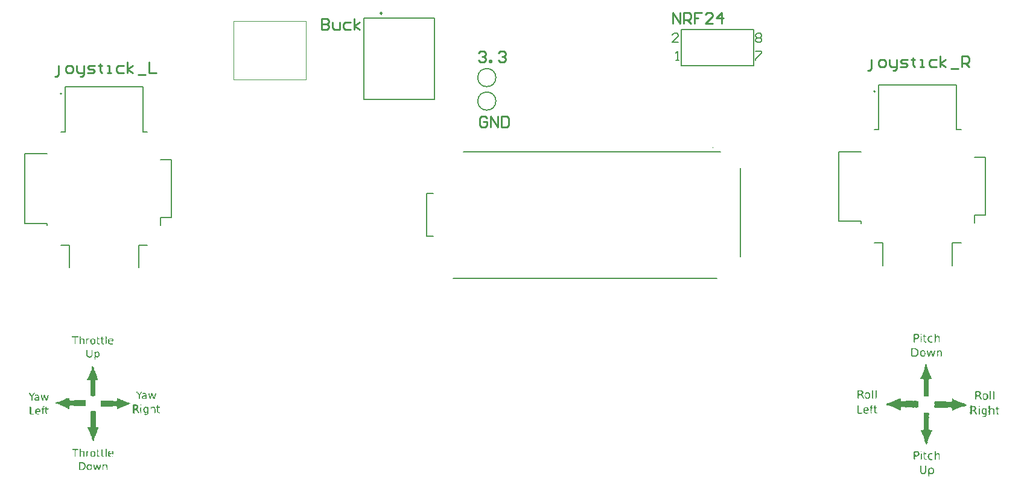
<source format=gto>
G04*
G04 #@! TF.GenerationSoftware,Altium Limited,Altium Designer,24.0.1 (36)*
G04*
G04 Layer_Color=65535*
%FSLAX44Y44*%
%MOMM*%
G71*
G04*
G04 #@! TF.SameCoordinates,87269C32-D71D-4AF1-8112-4F1BC4A23861*
G04*
G04*
G04 #@! TF.FilePolarity,Positive*
G04*
G01*
G75*
%ADD10C,0.2500*%
%ADD11C,0.2000*%
%ADD12C,0.1000*%
%ADD13C,0.1270*%
%ADD14C,0.2540*%
%ADD15C,0.2032*%
G36*
X205191Y246156D02*
X205952D01*
Y243112D01*
X205191D01*
Y242351D01*
X204430D01*
Y243112D01*
X202147D01*
Y243873D01*
X204430D01*
Y245395D01*
X203669D01*
Y246156D01*
X202147D01*
Y245395D01*
X200625D01*
Y243873D01*
X201386D01*
Y242351D01*
X200625D01*
Y240829D01*
X201386D01*
Y240068D01*
X205191D01*
Y238546D01*
X201386D01*
Y239307D01*
X199864D01*
Y240068D01*
X199103D01*
Y245395D01*
X199864D01*
Y246156D01*
X200625D01*
Y246917D01*
X205191D01*
Y246156D01*
D02*
G37*
G36*
X196059Y249200D02*
X196820D01*
Y246156D01*
Y245395D01*
X196059D01*
Y244634D01*
X196820D01*
Y240068D01*
X196059D01*
Y239307D01*
X195298D01*
Y249961D01*
X196059D01*
Y249200D01*
D02*
G37*
G36*
X172468Y246156D02*
X171707D01*
Y245395D01*
X170185D01*
Y243873D01*
X169424D01*
Y243112D01*
Y242351D01*
Y239307D01*
X167902D01*
Y246156D01*
X168663D01*
Y246917D01*
X172468D01*
Y246156D01*
D02*
G37*
G36*
X159531Y249200D02*
X160292D01*
Y247678D01*
X159531D01*
Y246917D01*
X164858D01*
Y245395D01*
X165619D01*
Y239307D01*
X164097D01*
Y244634D01*
X163336D01*
Y246156D01*
X161814D01*
Y245395D01*
X161053D01*
Y244634D01*
X160292D01*
Y239307D01*
X158770D01*
Y249961D01*
X159531D01*
Y249200D01*
D02*
G37*
G36*
X157248Y248439D02*
X153443D01*
Y239307D01*
X151921D01*
Y240068D01*
Y248439D01*
X148116D01*
Y249961D01*
X157248D01*
Y248439D01*
D02*
G37*
G36*
X190732Y247678D02*
X191493D01*
Y246917D01*
X193015D01*
Y246156D01*
X190732D01*
Y240829D01*
X191493D01*
Y240068D01*
X193015D01*
Y238546D01*
X191493D01*
Y239307D01*
X189971D01*
Y240068D01*
X189210D01*
Y240829D01*
Y241590D01*
Y246156D01*
X188449D01*
Y247678D01*
X189210D01*
Y249200D01*
X190732D01*
Y247678D01*
D02*
G37*
G36*
X184644D02*
X185405D01*
Y246917D01*
X186927D01*
Y246156D01*
X185405D01*
Y245395D01*
X184644D01*
Y240829D01*
X185405D01*
Y240068D01*
X186927D01*
Y238546D01*
X185405D01*
Y239307D01*
X183883D01*
Y240829D01*
X183122D01*
Y248439D01*
X183883D01*
Y249200D01*
X184644D01*
Y247678D01*
D02*
G37*
G36*
X179317Y246156D02*
X180078D01*
Y245395D01*
X180839D01*
Y240068D01*
X180078D01*
Y239307D01*
X178556D01*
Y238546D01*
X175512D01*
Y239307D01*
X174751D01*
Y240068D01*
X173990D01*
Y242351D01*
X173229D01*
Y243873D01*
X173990D01*
Y244634D01*
Y245395D01*
Y246156D01*
X175512D01*
Y246917D01*
X179317D01*
Y246156D01*
D02*
G37*
G36*
X177034Y221804D02*
X176273D01*
Y221043D01*
X175512D01*
Y220282D01*
X173990D01*
Y219521D01*
X171707D01*
Y220282D01*
X170185D01*
Y221043D01*
X169424D01*
Y221804D01*
X168663D01*
Y222565D01*
Y230936D01*
X170185D01*
Y222565D01*
X170946D01*
Y221804D01*
X172468D01*
Y221043D01*
X173229D01*
Y221804D01*
X174751D01*
Y222565D01*
X175512D01*
Y230936D01*
X177034D01*
Y221804D01*
D02*
G37*
G36*
X184644Y227892D02*
X186166D01*
Y226370D01*
X186927D01*
Y221804D01*
X186166D01*
Y221043D01*
X185405D01*
Y220282D01*
X184644D01*
Y219521D01*
X183883D01*
Y220282D01*
X180839D01*
Y217238D01*
X180078D01*
Y219521D01*
X179317D01*
Y220282D01*
X180078D01*
Y226370D01*
X179317D01*
Y227131D01*
X180078D01*
Y227892D01*
X183122D01*
Y228653D01*
X184644D01*
Y227892D01*
D02*
G37*
G36*
X246284Y170056D02*
X245523D01*
Y169296D01*
X244762D01*
Y167773D01*
X244001D01*
Y167013D01*
X243240D01*
Y161686D01*
X241718D01*
Y167773D01*
X240957D01*
Y168535D01*
X240196D01*
Y170056D01*
X239435D01*
Y170818D01*
X238674D01*
Y172339D01*
X240196D01*
Y170818D01*
X240957D01*
Y170056D01*
X241718D01*
Y168535D01*
X243240D01*
Y169296D01*
X244001D01*
Y170818D01*
X244762D01*
Y171579D01*
X245523D01*
Y172339D01*
X246284D01*
Y170056D01*
D02*
G37*
G36*
X96369Y169296D02*
X95608D01*
Y168535D01*
X94847D01*
Y167013D01*
X94086D01*
Y166252D01*
X93325D01*
Y163969D01*
X92564D01*
Y162447D01*
X93325D01*
Y161686D01*
X92564D01*
Y159403D01*
X91042D01*
Y165491D01*
X90281D01*
Y166252D01*
X89520D01*
Y167013D01*
X88759D01*
Y168535D01*
X87998D01*
Y170056D01*
X89520D01*
Y169296D01*
X90281D01*
Y167773D01*
X91042D01*
Y167013D01*
X92564D01*
Y167773D01*
X93325D01*
Y168535D01*
X94086D01*
Y169296D01*
X94847D01*
Y170056D01*
X96369D01*
Y169296D01*
D02*
G37*
G36*
X260743D02*
X261504D01*
Y167773D01*
X262265D01*
Y165491D01*
X263026D01*
Y164730D01*
X263787D01*
Y167773D01*
X264548D01*
Y169296D01*
X266070D01*
Y167773D01*
X265309D01*
Y165491D01*
X264548D01*
Y161686D01*
X262265D01*
Y163208D01*
X261504D01*
Y163969D01*
Y164730D01*
Y166252D01*
X259982D01*
Y164730D01*
X259221D01*
Y161686D01*
X256938D01*
Y163969D01*
X256177D01*
Y167013D01*
X255416D01*
Y169296D01*
X256938D01*
Y166252D01*
X257699D01*
Y165491D01*
X258460D01*
Y166252D01*
X259221D01*
Y169296D01*
X259982D01*
Y170056D01*
X260743D01*
Y169296D01*
D02*
G37*
G36*
X177795Y206584D02*
X178556D01*
Y205823D01*
X179317D01*
Y202018D01*
X180078D01*
Y200496D01*
X180839D01*
Y198213D01*
X181600D01*
Y196691D01*
X182361D01*
Y194408D01*
X183122D01*
Y192886D01*
X183883D01*
Y190603D01*
X184644D01*
Y188320D01*
X180839D01*
Y166252D01*
X179317D01*
Y165491D01*
X175512D01*
Y166252D01*
X173990D01*
Y179188D01*
Y179949D01*
Y188320D01*
X169424D01*
Y189842D01*
X170185D01*
Y190603D01*
X170946D01*
Y192125D01*
X171707D01*
Y194408D01*
X172468D01*
Y196691D01*
X173229D01*
Y198213D01*
X173990D01*
Y200496D01*
X174751D01*
Y202018D01*
X175512D01*
Y205062D01*
X176273D01*
Y207345D01*
X177795D01*
Y206584D01*
D02*
G37*
G36*
X110067Y167013D02*
X110828D01*
Y164730D01*
X111589D01*
Y163208D01*
X113111D01*
Y166252D01*
X113872D01*
Y167013D01*
X115394D01*
Y166252D01*
X114633D01*
Y163208D01*
X113872D01*
Y160164D01*
X113111D01*
Y159403D01*
X111589D01*
Y160164D01*
X110828D01*
Y163208D01*
X110067D01*
Y163969D01*
X109306D01*
Y162447D01*
X108545D01*
Y160164D01*
X107784D01*
Y159403D01*
X106262D01*
Y160925D01*
X105501D01*
Y163969D01*
X104740D01*
Y167773D01*
X105501D01*
Y167013D01*
X106262D01*
Y163969D01*
X107023D01*
Y162447D01*
X107784D01*
Y164730D01*
X108545D01*
Y167013D01*
X109306D01*
Y167773D01*
X110067D01*
Y167013D01*
D02*
G37*
G36*
X250850Y169296D02*
X252372D01*
Y167773D01*
X253133D01*
Y161686D01*
X247045D01*
Y162447D01*
X246284D01*
Y165491D01*
X247045D01*
Y166252D01*
X248567D01*
Y167013D01*
X250850D01*
Y168535D01*
X247045D01*
Y169296D01*
X247806D01*
Y170056D01*
X250850D01*
Y169296D01*
D02*
G37*
G36*
X100174Y167013D02*
X101696D01*
Y165491D01*
X102457D01*
Y159403D01*
X96369D01*
Y160164D01*
X95608D01*
Y163208D01*
X96369D01*
Y163969D01*
X97891D01*
Y164730D01*
X100174D01*
Y166252D01*
X98652D01*
Y167013D01*
X97891D01*
Y166252D01*
X96369D01*
Y167773D01*
X100174D01*
Y167013D01*
D02*
G37*
G36*
X212801Y162447D02*
X213562D01*
Y161686D01*
X215845D01*
Y160925D01*
X216606D01*
Y160164D01*
X219650D01*
Y159403D01*
X220410D01*
Y158642D01*
X223454D01*
Y157881D01*
X224977D01*
Y157120D01*
X228781D01*
Y156359D01*
X230303D01*
Y155598D01*
X229542D01*
Y154837D01*
X228781D01*
Y154076D01*
X227259D01*
Y153315D01*
X224977D01*
Y152554D01*
X223454D01*
Y151793D01*
X220410D01*
Y151032D01*
X218888D01*
Y150271D01*
X216606D01*
Y149510D01*
X215084D01*
Y148749D01*
X212801D01*
Y147227D01*
X211279D01*
Y151032D01*
X210518D01*
Y151793D01*
X205191D01*
Y151032D01*
X188449D01*
Y159403D01*
X205952D01*
Y158642D01*
X210518D01*
Y159403D01*
X211279D01*
Y163208D01*
X212801D01*
Y162447D01*
D02*
G37*
G36*
X245523Y152554D02*
X244762D01*
Y153315D01*
Y154076D01*
X245523D01*
Y152554D01*
D02*
G37*
G36*
X144311Y160164D02*
X145072D01*
Y159403D01*
X151160D01*
Y160164D01*
X167141D01*
Y151793D01*
X150399D01*
Y152554D01*
X145072D01*
Y151793D01*
X144311D01*
Y147227D01*
X142028D01*
Y149510D01*
X139745D01*
Y150271D01*
X138223D01*
Y151032D01*
X135940D01*
Y151793D01*
X134418D01*
Y152554D01*
X132135D01*
Y153315D01*
X130613D01*
Y154076D01*
X128330D01*
Y154837D01*
X126047D01*
Y155598D01*
X125287D01*
Y157120D01*
X126809D01*
Y157881D01*
X130613D01*
Y158642D01*
X132896D01*
Y159403D01*
X135179D01*
Y160164D01*
X136701D01*
Y160925D01*
X138223D01*
Y161686D01*
X139745D01*
Y162447D01*
X142028D01*
Y163208D01*
X144311D01*
Y160164D01*
D02*
G37*
G36*
X254655Y150271D02*
X255416D01*
Y141139D01*
X254655D01*
Y139617D01*
X253133D01*
Y138856D01*
X250089D01*
Y139617D01*
X249328D01*
Y140378D01*
X253133D01*
Y141139D01*
X253894D01*
Y142661D01*
X252372D01*
Y141900D01*
X250089D01*
Y142661D01*
X249328D01*
Y143422D01*
X248567D01*
Y145705D01*
X247806D01*
Y147227D01*
X248567D01*
Y149510D01*
X249328D01*
Y150271D01*
X250089D01*
Y151032D01*
X253133D01*
Y150271D01*
X253894D01*
Y151032D01*
X254655D01*
Y150271D01*
D02*
G37*
G36*
X259221Y151032D02*
X259982D01*
Y150271D01*
X260743D01*
Y151032D01*
X263787D01*
Y150271D01*
X264548D01*
Y147227D01*
X265309D01*
Y142661D01*
X264548D01*
Y141900D01*
X263787D01*
Y148749D01*
X263026D01*
Y149510D01*
X259982D01*
Y147227D01*
X259221D01*
Y141900D01*
X258460D01*
Y146466D01*
Y147227D01*
Y154076D01*
X259221D01*
Y151032D01*
D02*
G37*
G36*
X245523Y144183D02*
Y143422D01*
Y141900D01*
X244762D01*
Y144183D01*
X244001D01*
Y149510D01*
X244762D01*
Y150271D01*
X245523D01*
Y144183D01*
D02*
G37*
G36*
X238674Y153315D02*
X240196D01*
Y152554D01*
X240957D01*
Y148749D01*
X240196D01*
Y145705D01*
X240957D01*
Y144183D01*
X241718D01*
Y143422D01*
X242479D01*
Y142661D01*
X241718D01*
Y141900D01*
X240957D01*
Y142661D01*
X240196D01*
Y144183D01*
X239435D01*
Y144944D01*
X238674D01*
Y145705D01*
X236391D01*
Y142661D01*
X235630D01*
Y141139D01*
X234869D01*
Y141900D01*
X233347D01*
Y147227D01*
Y147988D01*
Y153315D01*
X234108D01*
Y154076D01*
X238674D01*
Y153315D01*
D02*
G37*
G36*
X110067Y151032D02*
X108545D01*
Y150271D01*
X107784D01*
Y148749D01*
X110828D01*
Y150271D01*
X111589D01*
Y151032D01*
X112350D01*
Y149510D01*
X113111D01*
Y148749D01*
X115394D01*
Y147227D01*
X114633D01*
Y146466D01*
X112350D01*
Y142661D01*
X113111D01*
Y141139D01*
X114633D01*
Y140378D01*
X111589D01*
Y142661D01*
X110828D01*
Y144183D01*
Y144944D01*
Y147227D01*
X109306D01*
Y146466D01*
X107784D01*
Y140378D01*
X106262D01*
Y146466D01*
X105501D01*
Y148749D01*
X106262D01*
Y149510D01*
X107023D01*
Y151793D01*
X110067D01*
Y151032D01*
D02*
G37*
G36*
X102457Y147227D02*
X103218D01*
Y146466D01*
X103979D01*
Y143422D01*
X98652D01*
Y141139D01*
X100935D01*
Y140378D01*
X101696D01*
Y141139D01*
X103218D01*
Y140378D01*
X102457D01*
Y139617D01*
X98652D01*
Y140378D01*
X97891D01*
Y141139D01*
X97130D01*
Y141900D01*
X96369D01*
Y145705D01*
X97130D01*
Y147227D01*
X98652D01*
Y148749D01*
X102457D01*
Y147227D01*
D02*
G37*
G36*
X90281Y150271D02*
X91042D01*
Y141139D01*
X94847D01*
Y139617D01*
X89520D01*
Y140378D01*
X88759D01*
Y141139D01*
Y141900D01*
Y151032D01*
X90281D01*
Y150271D01*
D02*
G37*
G36*
X180839Y144183D02*
X181600D01*
Y122114D01*
X185405D01*
Y119831D01*
X184644D01*
Y118309D01*
X183883D01*
Y116787D01*
X183122D01*
Y114504D01*
X182361D01*
Y112982D01*
X181600D01*
Y112221D01*
Y110699D01*
X180839D01*
Y109177D01*
X180078D01*
Y106894D01*
X179317D01*
Y103089D01*
X177795D01*
Y103850D01*
X177034D01*
Y105372D01*
X176273D01*
Y107655D01*
X175512D01*
Y109177D01*
X174751D01*
Y110699D01*
X173990D01*
Y112982D01*
X173229D01*
Y115265D01*
X172468D01*
Y116787D01*
X171707D01*
Y119070D01*
X170946D01*
Y120592D01*
X170185D01*
Y122114D01*
X173990D01*
Y144183D01*
X174751D01*
Y144944D01*
X180839D01*
Y144183D01*
D02*
G37*
G36*
X205191Y87869D02*
X205952D01*
Y86347D01*
X206713D01*
Y84825D01*
X205952D01*
Y84064D01*
X204430D01*
Y84825D01*
X202908D01*
Y84064D01*
X200625D01*
Y83303D01*
X201386D01*
Y81781D01*
X202908D01*
Y81020D01*
X204430D01*
Y81781D01*
X205191D01*
Y80260D01*
X201386D01*
Y81020D01*
X199864D01*
Y81781D01*
X199103D01*
Y84064D01*
Y84825D01*
Y87108D01*
X199864D01*
Y87869D01*
X200625D01*
Y88630D01*
X205191D01*
Y87869D01*
D02*
G37*
G36*
X196820Y81020D02*
X195298D01*
Y86347D01*
Y87108D01*
Y91674D01*
X196820D01*
Y81020D01*
D02*
G37*
G36*
X173229Y87869D02*
X170946D01*
Y86347D01*
X170185D01*
Y81781D01*
X169424D01*
Y81020D01*
X168663D01*
Y81781D01*
X167902D01*
Y82542D01*
X168663D01*
Y85586D01*
X167902D01*
Y87108D01*
X168663D01*
Y88630D01*
X173229D01*
Y87869D01*
D02*
G37*
G36*
X156487Y90913D02*
X157248D01*
Y90152D01*
X154204D01*
Y89391D01*
X153443D01*
Y81020D01*
X151921D01*
Y90152D01*
X148877D01*
Y91674D01*
X156487D01*
Y90913D01*
D02*
G37*
G36*
X190732Y89391D02*
X191493D01*
Y88630D01*
X193776D01*
Y87869D01*
X191493D01*
Y87108D01*
X190732D01*
Y82542D01*
X191493D01*
Y81781D01*
X193015D01*
Y80260D01*
X191493D01*
Y81020D01*
X189971D01*
Y81781D01*
X189210D01*
Y87869D01*
X188449D01*
Y88630D01*
X189210D01*
Y89391D01*
Y90913D01*
X190732D01*
Y89391D01*
D02*
G37*
G36*
X184644D02*
X185405D01*
Y88630D01*
X187688D01*
Y87869D01*
X185405D01*
Y87108D01*
X184644D01*
Y83303D01*
X185405D01*
Y82542D01*
Y81781D01*
X186927D01*
Y80260D01*
X185405D01*
Y81020D01*
X183883D01*
Y83303D01*
X183122D01*
Y85586D01*
X183883D01*
Y86347D01*
X183122D01*
Y87869D01*
X182361D01*
Y88630D01*
X183122D01*
Y90152D01*
X183883D01*
Y90913D01*
X184644D01*
Y89391D01*
D02*
G37*
G36*
X179317Y87869D02*
X180078D01*
Y87108D01*
X180839D01*
Y82542D01*
Y81781D01*
X180078D01*
Y81020D01*
X179317D01*
Y80260D01*
X175512D01*
Y81020D01*
X174751D01*
Y81781D01*
X173990D01*
Y87108D01*
X174751D01*
Y87869D01*
X175512D01*
Y88630D01*
X179317D01*
Y87869D01*
D02*
G37*
G36*
X160292Y88630D02*
X164858D01*
Y87869D01*
X165619D01*
Y80260D01*
X164858D01*
Y81020D01*
X164097D01*
Y87108D01*
X161053D01*
Y86347D01*
X160292D01*
Y81020D01*
X158770D01*
Y86347D01*
Y87108D01*
Y91674D01*
X160292D01*
Y88630D01*
D02*
G37*
G36*
X188449Y65801D02*
X187688D01*
Y63518D01*
X186927D01*
Y61996D01*
X185405D01*
Y62757D01*
X184644D01*
Y64279D01*
X183883D01*
Y66562D01*
X183122D01*
Y65801D01*
X182361D01*
Y62757D01*
X181600D01*
Y61996D01*
X180078D01*
Y62757D01*
X179317D01*
Y65801D01*
X178556D01*
Y66562D01*
Y69606D01*
X179317D01*
Y68845D01*
X180078D01*
Y65801D01*
X181600D01*
Y68084D01*
X182361D01*
Y69606D01*
X183883D01*
Y68845D01*
X184644D01*
Y67323D01*
X185405D01*
Y65040D01*
X186166D01*
Y66562D01*
X186927D01*
Y68845D01*
X187688D01*
Y69606D01*
X188449D01*
Y65801D01*
D02*
G37*
G36*
X196820Y68845D02*
X197581D01*
Y61996D01*
X196820D01*
Y65801D01*
X196059D01*
Y68084D01*
X195298D01*
Y68845D01*
X193776D01*
Y68084D01*
X193015D01*
Y67323D01*
X192254D01*
Y61996D01*
X190732D01*
Y69606D01*
X196820D01*
Y68845D01*
D02*
G37*
G36*
X172468Y69606D02*
X175512D01*
Y68084D01*
X176273D01*
Y63518D01*
X175512D01*
Y62757D01*
X174751D01*
Y61996D01*
X170185D01*
Y62757D01*
X169424D01*
Y64279D01*
X168663D01*
Y67323D01*
X169424D01*
Y68845D01*
X170185D01*
Y69606D01*
X171707D01*
Y70367D01*
X172468D01*
Y69606D01*
D02*
G37*
G36*
X164097Y71888D02*
X165619D01*
Y71128D01*
X166380D01*
Y69606D01*
X167141D01*
Y65040D01*
X166380D01*
Y63518D01*
X165619D01*
Y62757D01*
X164858D01*
Y61996D01*
X158009D01*
Y72649D01*
X164097D01*
Y71888D01*
D02*
G37*
G36*
X1339810Y251500D02*
X1338997D01*
Y253127D01*
X1339810D01*
Y251500D01*
D02*
G37*
G36*
X1359337Y252313D02*
X1360150D01*
Y249872D01*
X1361777D01*
Y250686D01*
X1363405D01*
Y249872D01*
X1365032D01*
Y248245D01*
X1365845D01*
Y241737D01*
X1364218D01*
Y245805D01*
Y246618D01*
Y247432D01*
X1363405D01*
Y249059D01*
X1360964D01*
Y247432D01*
X1360150D01*
Y242550D01*
X1359337D01*
Y240923D01*
X1358523D01*
Y253127D01*
X1359337D01*
Y252313D01*
D02*
G37*
G36*
X1339810Y247432D02*
Y246618D01*
Y245805D01*
X1340624D01*
Y244991D01*
X1339810D01*
Y241737D01*
X1338997D01*
Y249872D01*
X1339810D01*
Y247432D01*
D02*
G37*
G36*
X1354455Y249872D02*
X1355269D01*
Y249059D01*
X1352014D01*
Y248245D01*
X1351201D01*
Y246618D01*
X1350387D01*
Y244991D01*
X1351201D01*
Y243364D01*
X1352014D01*
Y242550D01*
X1355269D01*
Y240923D01*
X1352014D01*
Y241737D01*
X1350387D01*
Y242550D01*
X1349574D01*
Y243364D01*
Y244177D01*
X1348760D01*
Y247432D01*
X1349574D01*
Y249059D01*
X1350387D01*
Y249872D01*
X1352828D01*
Y250686D01*
X1354455D01*
Y249872D01*
D02*
G37*
G36*
X1344692Y250686D02*
X1345506D01*
Y249872D01*
X1347133D01*
Y249059D01*
X1344692D01*
Y243364D01*
X1345506D01*
Y242550D01*
X1347133D01*
Y240923D01*
X1345506D01*
Y241737D01*
X1343878D01*
Y242550D01*
X1343065D01*
Y249059D01*
X1342251D01*
Y250686D01*
X1343065D01*
Y252313D01*
X1344692D01*
Y250686D01*
D02*
G37*
G36*
X1334929Y252313D02*
X1336556D01*
Y251500D01*
Y250686D01*
Y249872D01*
X1337370D01*
Y249059D01*
X1336556D01*
Y247432D01*
X1335742D01*
Y246618D01*
X1334929D01*
Y245805D01*
X1331674D01*
Y244991D01*
X1330861D01*
Y240923D01*
X1330047D01*
Y241737D01*
X1329234D01*
Y252313D01*
X1330047D01*
Y253127D01*
X1334929D01*
Y252313D01*
D02*
G37*
G36*
X1359337Y227906D02*
X1358523D01*
Y224651D01*
X1357709D01*
Y222210D01*
X1356896D01*
Y221397D01*
X1355269D01*
Y223024D01*
X1354455D01*
Y226278D01*
X1353641D01*
Y227092D01*
X1352828D01*
Y223838D01*
X1352014D01*
Y222210D01*
X1351201D01*
Y221397D01*
X1349574D01*
Y223838D01*
X1348760D01*
Y227092D01*
X1347946D01*
Y229533D01*
X1349574D01*
Y227092D01*
X1350387D01*
Y224651D01*
X1351201D01*
Y227092D01*
X1352014D01*
Y228719D01*
X1352828D01*
Y229533D01*
X1354455D01*
Y228719D01*
X1355269D01*
Y225465D01*
X1356896D01*
Y227906D01*
X1357709D01*
Y229533D01*
X1359337D01*
Y227906D01*
D02*
G37*
G36*
X1366659Y229533D02*
X1368286D01*
Y227906D01*
X1369100D01*
Y222210D01*
X1368286D01*
Y221397D01*
X1367473D01*
Y227906D01*
X1366659D01*
Y228719D01*
X1364218D01*
Y227906D01*
X1363405D01*
Y227092D01*
Y226278D01*
X1362591D01*
Y224651D01*
X1363405D01*
Y223024D01*
X1362591D01*
Y221397D01*
X1361777D01*
Y229533D01*
X1365032D01*
Y230346D01*
X1366659D01*
Y229533D01*
D02*
G37*
G36*
X1343065D02*
X1344692D01*
Y228719D01*
X1345506D01*
Y226278D01*
X1346319D01*
Y224651D01*
X1345506D01*
Y222210D01*
X1344692D01*
Y221397D01*
X1339810D01*
Y222210D01*
X1338997D01*
Y223024D01*
X1338183D01*
Y225465D01*
Y226278D01*
Y228719D01*
X1338997D01*
Y229533D01*
X1340624D01*
Y230346D01*
X1343065D01*
Y229533D01*
D02*
G37*
G36*
X1332488Y231973D02*
X1334115D01*
Y231160D01*
X1334929D01*
Y230346D01*
X1335742D01*
Y228719D01*
Y227906D01*
Y223838D01*
X1334929D01*
Y223024D01*
X1334115D01*
Y222210D01*
X1333302D01*
Y221397D01*
X1326793D01*
Y222210D01*
X1325979D01*
Y232787D01*
X1332488D01*
Y231973D01*
D02*
G37*
G36*
X1347133Y210006D02*
X1347946D01*
Y206752D01*
X1348760D01*
Y204311D01*
X1349574D01*
Y201870D01*
X1350387D01*
Y199430D01*
X1351201D01*
Y197803D01*
X1352014D01*
Y195362D01*
X1352828D01*
Y193734D01*
X1353641D01*
Y191294D01*
X1354455D01*
Y189667D01*
X1351201D01*
Y188853D01*
X1350387D01*
Y165259D01*
X1343065D01*
Y188853D01*
X1342251D01*
Y189667D01*
X1338183D01*
Y190480D01*
Y191294D01*
X1338997D01*
Y192107D01*
X1339810D01*
Y193734D01*
X1340624D01*
Y196175D01*
X1341438D01*
Y198616D01*
X1342251D01*
Y200243D01*
X1343065D01*
Y202684D01*
X1343878D01*
Y204311D01*
X1344692D01*
Y206752D01*
X1345506D01*
Y210006D01*
X1346319D01*
Y210820D01*
X1347133D01*
Y210006D01*
D02*
G37*
G36*
X1276350Y173395D02*
X1277164D01*
Y166072D01*
Y165259D01*
Y163631D01*
X1276350D01*
Y162004D01*
X1275536D01*
Y174208D01*
X1276350D01*
Y173395D01*
D02*
G37*
G36*
X1272282Y168513D02*
Y167700D01*
Y162004D01*
X1271469D01*
Y162818D01*
X1270655D01*
Y174208D01*
X1272282D01*
Y168513D01*
D02*
G37*
G36*
X1266587Y170140D02*
X1267401D01*
Y169327D01*
X1268214D01*
Y163631D01*
X1267401D01*
Y162818D01*
X1266587D01*
Y162004D01*
X1262519D01*
Y162818D01*
X1261705D01*
Y163631D01*
X1260892D01*
Y165259D01*
X1260078D01*
Y166886D01*
X1260892D01*
Y169327D01*
X1261705D01*
Y170140D01*
X1262519D01*
Y170954D01*
X1266587D01*
Y170140D01*
D02*
G37*
G36*
X1251942Y173395D02*
X1256824D01*
Y172581D01*
X1257637D01*
Y171768D01*
X1258451D01*
Y169327D01*
X1257637D01*
Y168513D01*
X1256824D01*
Y166886D01*
X1257637D01*
Y165259D01*
X1258451D01*
Y163631D01*
X1259265D01*
Y162004D01*
X1258451D01*
Y162818D01*
X1257637D01*
Y163631D01*
X1256824D01*
Y165259D01*
X1256010D01*
Y166072D01*
X1255197D01*
Y166886D01*
X1252756D01*
Y166072D01*
X1251942D01*
Y162004D01*
X1251129D01*
Y162818D01*
X1250315D01*
Y173395D01*
X1251129D01*
Y174208D01*
X1251942D01*
Y173395D01*
D02*
G37*
G36*
X1441510Y171768D02*
X1442323D01*
Y161191D01*
X1440696D01*
Y170140D01*
Y170954D01*
Y172581D01*
X1441510D01*
Y171768D01*
D02*
G37*
G36*
X1437442Y161191D02*
X1435814D01*
Y171768D01*
Y172581D01*
X1437442D01*
Y161191D01*
D02*
G37*
G36*
X1421170Y171768D02*
X1422797D01*
Y170140D01*
X1423611D01*
Y168513D01*
X1422797D01*
Y166886D01*
X1421983D01*
Y165259D01*
X1422797D01*
Y164445D01*
X1423611D01*
Y163631D01*
Y162818D01*
X1424424D01*
Y161191D01*
X1422797D01*
Y162004D01*
X1421983D01*
Y163631D01*
X1421170D01*
Y165259D01*
X1417915D01*
Y164445D01*
X1417102D01*
Y161191D01*
X1415475D01*
Y171768D01*
X1416288D01*
Y172581D01*
X1421170D01*
Y171768D01*
D02*
G37*
G36*
X1431746Y168513D02*
X1433374D01*
Y166886D01*
X1434187D01*
Y162818D01*
X1433374D01*
Y162004D01*
X1432560D01*
Y161191D01*
X1431746D01*
Y160377D01*
X1427679D01*
Y161191D01*
X1426865D01*
Y162004D01*
X1426051D01*
Y168513D01*
X1427679D01*
Y169327D01*
X1431746D01*
Y168513D01*
D02*
G37*
G36*
X1383744Y162004D02*
X1384558D01*
Y161191D01*
X1386185D01*
Y160377D01*
X1388626D01*
Y159564D01*
X1390253D01*
Y158750D01*
X1391880D01*
Y157936D01*
X1394321D01*
Y157123D01*
X1396762D01*
Y156309D01*
X1400016D01*
Y155496D01*
X1400830D01*
Y154682D01*
X1402457D01*
Y153868D01*
X1403271D01*
Y152241D01*
X1402457D01*
Y151428D01*
X1400830D01*
Y150614D01*
X1395948D01*
Y149801D01*
X1393508D01*
Y148987D01*
X1391880D01*
Y148173D01*
X1389440D01*
Y147360D01*
X1387812D01*
Y146546D01*
X1385372D01*
Y145732D01*
X1383744D01*
Y144919D01*
X1382931D01*
Y148173D01*
X1382117D01*
Y148987D01*
X1381304D01*
Y149801D01*
X1377236D01*
Y148987D01*
X1358523D01*
Y149801D01*
X1357709D01*
Y152241D01*
X1358523D01*
Y155496D01*
X1357709D01*
Y157123D01*
X1358523D01*
Y158750D01*
X1374795D01*
Y157936D01*
X1382117D01*
Y158750D01*
X1382931D01*
Y162818D01*
X1383744D01*
Y162004D01*
D02*
G37*
G36*
X1421983Y150614D02*
X1420356D01*
Y151428D01*
X1421983D01*
Y150614D01*
D02*
G37*
G36*
X1310521Y162004D02*
X1311335D01*
Y158750D01*
X1317843D01*
Y159564D01*
X1328420D01*
Y158750D01*
X1329234D01*
Y159564D01*
X1333302D01*
Y158750D01*
X1335742D01*
Y149801D01*
X1334115D01*
Y148987D01*
X1331674D01*
Y149801D01*
X1330047D01*
Y148987D01*
X1327606D01*
Y149801D01*
X1318657D01*
Y148987D01*
X1317843D01*
Y149801D01*
X1316216D01*
Y150614D01*
X1315403D01*
Y149801D01*
X1314589D01*
Y150614D01*
X1313775D01*
Y149801D01*
X1312962D01*
Y150614D01*
X1312148D01*
Y149801D01*
X1311335D01*
Y145732D01*
X1308894D01*
Y146546D01*
X1307267D01*
Y147360D01*
X1305639D01*
Y148173D01*
X1304012D01*
Y148987D01*
X1301571D01*
Y149801D01*
X1299944D01*
Y150614D01*
X1297504D01*
Y151428D01*
X1295063D01*
Y152241D01*
X1291808D01*
Y153055D01*
X1290995D01*
Y155496D01*
X1291808D01*
Y156309D01*
X1295063D01*
Y157123D01*
X1297504D01*
Y157936D01*
X1299131D01*
Y158750D01*
X1301571D01*
Y159564D01*
X1303199D01*
Y160377D01*
X1305639D01*
Y161191D01*
X1307267D01*
Y162004D01*
X1309707D01*
Y162818D01*
X1310521D01*
Y162004D01*
D02*
G37*
G36*
X269114Y151032D02*
X271397D01*
Y150271D01*
Y149510D01*
X269114D01*
Y143422D01*
X270636D01*
Y142661D01*
X271397D01*
Y141900D01*
X269875D01*
Y142661D01*
X268353D01*
Y143422D01*
X267592D01*
Y149510D01*
X266831D01*
Y151032D01*
X267592D01*
Y152554D01*
X268353D01*
Y153315D01*
X269114D01*
Y151032D01*
D02*
G37*
G36*
X1275536Y151428D02*
Y150614D01*
Y149801D01*
X1277164D01*
Y148987D01*
X1276350D01*
Y148173D01*
X1275536D01*
Y143292D01*
X1276350D01*
Y142478D01*
X1277977D01*
Y141664D01*
X1274723D01*
Y142478D01*
X1273909D01*
Y148173D01*
X1273096D01*
Y150614D01*
X1273909D01*
Y152241D01*
X1275536D01*
Y151428D01*
D02*
G37*
G36*
X1273096Y152241D02*
X1271469D01*
Y151428D01*
X1270655D01*
Y149801D01*
X1271469D01*
Y148173D01*
X1270655D01*
Y147360D01*
X1269841D01*
Y146546D01*
X1270655D01*
Y145732D01*
X1269841D01*
Y142478D01*
X1270655D01*
Y141664D01*
X1269028D01*
Y145732D01*
X1268214D01*
Y146546D01*
X1269028D01*
Y148173D01*
X1268214D01*
Y150614D01*
X1269028D01*
Y152241D01*
X1269841D01*
Y153055D01*
X1273096D01*
Y152241D01*
D02*
G37*
G36*
X1264960Y148987D02*
X1265773D01*
Y148173D01*
Y147360D01*
X1266587D01*
Y145732D01*
X1265773D01*
Y144919D01*
X1260078D01*
Y143292D01*
X1260892D01*
Y142478D01*
X1265773D01*
Y141664D01*
X1264146D01*
Y140851D01*
X1261705D01*
Y141664D01*
X1259265D01*
Y142478D01*
X1258451D01*
Y148173D01*
X1259265D01*
Y148987D01*
X1260078D01*
Y149801D01*
X1264960D01*
Y148987D01*
D02*
G37*
G36*
X1251129Y152241D02*
X1251942D01*
Y142478D01*
X1256824D01*
Y141664D01*
X1256010D01*
Y140851D01*
X1251129D01*
Y141664D01*
X1250315D01*
Y148987D01*
Y149801D01*
Y153055D01*
X1251129D01*
Y152241D01*
D02*
G37*
G36*
X1446391Y148987D02*
X1447205D01*
Y148173D01*
X1449646D01*
Y147360D01*
X1447205D01*
Y146546D01*
X1446391D01*
Y142478D01*
X1447205D01*
Y140851D01*
X1448832D01*
Y140037D01*
X1445578D01*
Y146546D01*
X1444764D01*
Y147360D01*
X1443950D01*
Y148173D01*
X1444764D01*
Y149801D01*
X1445578D01*
Y150614D01*
X1446391D01*
Y148987D01*
D02*
G37*
G36*
X1435814Y151428D02*
X1436628D01*
Y148173D01*
X1438255D01*
Y148987D01*
X1439069D01*
Y148173D01*
X1441510D01*
Y147360D01*
X1442323D01*
Y140037D01*
X1440696D01*
Y146546D01*
X1439882D01*
Y147360D01*
X1437442D01*
Y146546D01*
X1436628D01*
Y140037D01*
X1435814D01*
Y139224D01*
X1435001D01*
Y140037D01*
X1434187D01*
Y140851D01*
X1435001D01*
Y142478D01*
X1434187D01*
Y145732D01*
X1435001D01*
Y147360D01*
X1434187D01*
Y149801D01*
Y150614D01*
Y151428D01*
X1435001D01*
Y152241D01*
X1435814D01*
Y151428D01*
D02*
G37*
G36*
X1421983Y140037D02*
X1420356D01*
Y143292D01*
Y144105D01*
Y148173D01*
X1421983D01*
Y140037D01*
D02*
G37*
G36*
X1411407Y151428D02*
X1415475D01*
Y150614D01*
X1416288D01*
Y149801D01*
Y148987D01*
X1417102D01*
Y147360D01*
X1416288D01*
Y145732D01*
X1415475D01*
Y144105D01*
X1416288D01*
Y143292D01*
X1417102D01*
Y141664D01*
X1417915D01*
Y140037D01*
X1416288D01*
Y140851D01*
X1415475D01*
Y142478D01*
X1414661D01*
Y144105D01*
X1413034D01*
Y144919D01*
X1411407D01*
Y140851D01*
X1410593D01*
Y140037D01*
X1408966D01*
Y141664D01*
X1408152D01*
Y143292D01*
X1408966D01*
Y148987D01*
X1408152D01*
Y149801D01*
X1408966D01*
Y152241D01*
X1411407D01*
Y151428D01*
D02*
G37*
G36*
X1428492Y148173D02*
X1431746D01*
Y138410D01*
X1430933D01*
Y136783D01*
X1425238D01*
Y137597D01*
X1428492D01*
Y138410D01*
X1430119D01*
Y140037D01*
X1426051D01*
Y140851D01*
X1425238D01*
Y141664D01*
X1424424D01*
Y146546D01*
X1425238D01*
Y148173D01*
X1427679D01*
Y148987D01*
X1428492D01*
Y148173D01*
D02*
G37*
G36*
X1350387Y141664D02*
X1351201D01*
Y139224D01*
X1350387D01*
Y136783D01*
X1351201D01*
Y135156D01*
X1350387D01*
Y120511D01*
Y119698D01*
Y118884D01*
X1352014D01*
Y118070D01*
X1355269D01*
Y116443D01*
X1354455D01*
Y115630D01*
X1353641D01*
Y113189D01*
X1352828D01*
Y111561D01*
X1352014D01*
Y109121D01*
X1351201D01*
Y107494D01*
X1350387D01*
Y105053D01*
X1349574D01*
Y102612D01*
X1348760D01*
Y100985D01*
X1349574D01*
Y100171D01*
X1348760D01*
Y99358D01*
X1347946D01*
Y97731D01*
X1347133D01*
Y98544D01*
X1346319D01*
Y100171D01*
X1345506D01*
Y101798D01*
X1344692D01*
Y104239D01*
X1343878D01*
Y105866D01*
X1343065D01*
Y109121D01*
X1342251D01*
Y110748D01*
X1341438D01*
Y112375D01*
X1340624D01*
Y114816D01*
X1339810D01*
Y116443D01*
X1338997D01*
Y118070D01*
X1342251D01*
Y118884D01*
X1343065D01*
Y142478D01*
X1350387D01*
Y141664D01*
D02*
G37*
G36*
X1339810Y87154D02*
X1338997D01*
Y87967D01*
X1339810D01*
Y87154D01*
D02*
G37*
G36*
X1360150Y84713D02*
X1361777D01*
Y85527D01*
X1364218D01*
Y84713D01*
X1365032D01*
Y83899D01*
X1365845D01*
Y76577D01*
X1364218D01*
Y83086D01*
X1363405D01*
Y83899D01*
X1360964D01*
Y82272D01*
X1360150D01*
Y76577D01*
X1358523D01*
Y83086D01*
Y83899D01*
Y87967D01*
X1360150D01*
Y84713D01*
D02*
G37*
G36*
X1344692Y85527D02*
X1347133D01*
Y83899D01*
X1344692D01*
Y83086D01*
Y82272D01*
Y79018D01*
X1345506D01*
Y77391D01*
X1347946D01*
Y76577D01*
X1344692D01*
Y77391D01*
X1343878D01*
Y78204D01*
X1343065D01*
Y83899D01*
X1342251D01*
Y84713D01*
X1343065D01*
Y87154D01*
X1344692D01*
Y85527D01*
D02*
G37*
G36*
X1340624Y77391D02*
X1339810D01*
Y76577D01*
X1338997D01*
Y84713D01*
X1340624D01*
Y77391D01*
D02*
G37*
G36*
X1335742Y87154D02*
X1336556D01*
Y85527D01*
X1337370D01*
Y83086D01*
X1336556D01*
Y82272D01*
X1335742D01*
Y81459D01*
X1334115D01*
Y80645D01*
X1331674D01*
Y79831D01*
X1330861D01*
Y78204D01*
X1331674D01*
Y77391D01*
X1330861D01*
Y76577D01*
X1330047D01*
Y77391D01*
X1329234D01*
Y87154D01*
X1330047D01*
Y87967D01*
X1335742D01*
Y87154D01*
D02*
G37*
G36*
X1355269Y83899D02*
X1352014D01*
Y83086D01*
X1351201D01*
Y79018D01*
Y78204D01*
X1352828D01*
Y77391D01*
X1355269D01*
Y75763D01*
X1352014D01*
Y76577D01*
X1350387D01*
Y78204D01*
X1349574D01*
Y79831D01*
X1348760D01*
Y81459D01*
X1349574D01*
Y83899D01*
X1350387D01*
Y84713D01*
X1352014D01*
Y85527D01*
X1355269D01*
Y83899D01*
D02*
G37*
G36*
X1347133Y58678D02*
X1346319D01*
Y57051D01*
X1345506D01*
Y56237D01*
X1339810D01*
Y57051D01*
X1338997D01*
Y58678D01*
X1338183D01*
Y67628D01*
X1339810D01*
Y58678D01*
X1340624D01*
Y57864D01*
X1344692D01*
Y59492D01*
X1345506D01*
Y66814D01*
Y67628D01*
X1347133D01*
Y58678D01*
D02*
G37*
G36*
X1355269Y64373D02*
X1356896D01*
Y62746D01*
X1357709D01*
Y57864D01*
X1356896D01*
Y57051D01*
X1356082D01*
Y56237D01*
X1351201D01*
Y52983D01*
X1350387D01*
Y53796D01*
X1349574D01*
Y54610D01*
X1350387D01*
Y55424D01*
X1349574D01*
Y62746D01*
X1350387D01*
Y64373D01*
X1352828D01*
Y65187D01*
X1355269D01*
Y64373D01*
D02*
G37*
%LPC*%
G36*
X177795Y246156D02*
X177034D01*
Y245395D01*
X175512D01*
Y243873D01*
Y243112D01*
Y240829D01*
X176273D01*
Y240068D01*
X178556D01*
Y240829D01*
X179317D01*
Y244634D01*
X178556D01*
Y245395D01*
X177795D01*
Y246156D01*
D02*
G37*
G36*
X184644Y227131D02*
X182361D01*
Y226370D01*
X181600D01*
Y224848D01*
X180839D01*
Y224087D01*
X181600D01*
Y221804D01*
X183122D01*
Y221043D01*
X183883D01*
Y221804D01*
X185405D01*
Y226370D01*
X184644D01*
Y227131D01*
D02*
G37*
G36*
X251611Y165491D02*
X248567D01*
Y164730D01*
X247806D01*
Y163208D01*
X248567D01*
Y162447D01*
X250089D01*
Y163208D01*
X250850D01*
Y163969D01*
X251611D01*
Y165491D01*
D02*
G37*
G36*
X100174Y163208D02*
X97891D01*
Y162447D01*
X97130D01*
Y160925D01*
X100174D01*
Y163208D01*
D02*
G37*
G36*
X253133Y149510D02*
X250089D01*
Y146466D01*
X249328D01*
Y145705D01*
X250089D01*
Y144183D01*
X250850D01*
Y143422D01*
X253133D01*
Y144183D01*
X253894D01*
Y148749D01*
X253133D01*
Y149510D01*
D02*
G37*
G36*
X238674Y151793D02*
X236391D01*
Y148749D01*
X237913D01*
Y149510D01*
X238674D01*
Y150271D01*
X239435D01*
Y151032D01*
X238674D01*
Y151793D01*
D02*
G37*
G36*
X102457Y146466D02*
X98652D01*
Y145705D01*
Y144944D01*
X102457D01*
Y146466D01*
D02*
G37*
G36*
X203669Y87869D02*
X202147D01*
Y87108D01*
X201386D01*
Y86347D01*
X200625D01*
Y85586D01*
X204430D01*
Y87108D01*
X203669D01*
Y87869D01*
D02*
G37*
G36*
X178556Y87108D02*
X176273D01*
Y86347D01*
X175512D01*
Y82542D01*
X176273D01*
Y81781D01*
X178556D01*
Y82542D01*
X179317D01*
Y86347D01*
X178556D01*
Y87108D01*
D02*
G37*
G36*
X173229Y68845D02*
X172468D01*
Y68084D01*
X170946D01*
Y66562D01*
X170185D01*
Y65040D01*
X170946D01*
Y63518D01*
X171707D01*
Y62757D01*
X173990D01*
Y64279D01*
X174751D01*
Y67323D01*
X173990D01*
Y68084D01*
X173229D01*
Y68845D01*
D02*
G37*
G36*
X163336Y71128D02*
X159531D01*
Y62757D01*
X163336D01*
Y63518D01*
X164097D01*
Y64279D01*
X164858D01*
Y65801D01*
X165619D01*
Y68845D01*
X164858D01*
Y70367D01*
X163336D01*
Y71128D01*
D02*
G37*
G36*
X1334115Y251500D02*
X1331674D01*
Y250686D01*
X1330861D01*
Y248245D01*
X1331674D01*
Y247432D01*
X1334115D01*
Y248245D01*
X1334929D01*
Y250686D01*
X1334115D01*
Y251500D01*
D02*
G37*
G36*
X1343065Y228719D02*
X1340624D01*
Y227906D01*
X1339810D01*
Y223838D01*
X1340624D01*
Y223024D01*
X1343878D01*
Y224651D01*
X1344692D01*
Y226278D01*
X1343878D01*
Y227906D01*
X1343065D01*
Y228719D01*
D02*
G37*
G36*
X1330861Y231973D02*
X1328420D01*
Y231160D01*
X1327606D01*
Y223024D01*
X1332488D01*
Y223838D01*
X1333302D01*
Y224651D01*
X1334115D01*
Y229533D01*
X1333302D01*
Y230346D01*
X1332488D01*
Y231160D01*
X1330861D01*
Y231973D01*
D02*
G37*
G36*
X1265773Y169327D02*
X1263333D01*
Y168513D01*
X1262519D01*
Y167700D01*
X1261705D01*
Y165259D01*
X1262519D01*
Y164445D01*
X1263333D01*
Y163631D01*
X1264146D01*
Y162818D01*
X1264960D01*
Y163631D01*
X1265773D01*
Y164445D01*
X1266587D01*
Y168513D01*
X1265773D01*
Y169327D01*
D02*
G37*
G36*
X1254383Y172581D02*
X1252756D01*
Y171768D01*
X1251942D01*
Y169327D01*
X1252756D01*
Y168513D01*
X1255197D01*
Y169327D01*
X1256010D01*
Y171768D01*
X1254383D01*
Y172581D01*
D02*
G37*
G36*
X1420356Y170954D02*
X1417915D01*
Y170140D01*
X1417102D01*
Y168513D01*
X1417915D01*
Y167700D01*
Y166886D01*
X1420356D01*
Y167700D01*
X1421170D01*
Y170140D01*
X1420356D01*
Y170954D01*
D02*
G37*
G36*
X1430119Y168513D02*
X1429306D01*
Y167700D01*
X1427679D01*
Y162818D01*
X1428492D01*
Y162004D01*
X1430933D01*
Y162818D01*
X1431746D01*
Y167700D01*
X1430119D01*
Y168513D01*
D02*
G37*
G36*
X1263333Y148987D02*
X1261705D01*
Y148173D01*
X1260078D01*
Y146546D01*
X1260892D01*
Y145732D01*
X1262519D01*
Y146546D01*
X1264146D01*
Y148173D01*
X1263333D01*
Y148987D01*
D02*
G37*
G36*
X1413034Y150614D02*
X1412220D01*
Y149801D01*
X1411407D01*
Y145732D01*
X1413034D01*
Y146546D01*
X1414661D01*
Y149801D01*
X1413034D01*
Y150614D01*
D02*
G37*
G36*
X1429306Y147360D02*
X1426865D01*
Y146546D01*
X1426051D01*
Y142478D01*
X1426865D01*
Y141664D01*
X1430119D01*
Y144105D01*
Y144919D01*
Y146546D01*
X1429306D01*
Y147360D01*
D02*
G37*
G36*
X1334929Y86340D02*
X1331674D01*
Y85527D01*
X1330861D01*
Y83899D01*
X1331674D01*
Y83086D01*
X1332488D01*
Y82272D01*
X1334115D01*
Y83086D01*
X1334929D01*
Y85527D01*
Y86340D01*
D02*
G37*
G36*
X1355269Y63559D02*
X1352014D01*
Y61932D01*
X1351201D01*
Y61119D01*
Y59492D01*
X1352014D01*
Y57864D01*
X1355269D01*
Y58678D01*
X1356082D01*
Y62746D01*
X1355269D01*
Y63559D01*
D02*
G37*
%LPD*%
D10*
X583310Y703873D02*
G03*
X583310Y703873I-1250J0D01*
G01*
D11*
X133540Y590700D02*
G03*
X133540Y590700I-1000J0D01*
G01*
X1275270Y593875D02*
G03*
X1275270Y593875I-1000J0D01*
G01*
X742950Y580390D02*
G03*
X742950Y580390I-12700J0D01*
G01*
Y613410D02*
G03*
X742950Y613410I-12700J0D01*
G01*
X557560Y582370D02*
X656560D01*
X557560D02*
Y697370D01*
X557590D01*
X557560D02*
X656560D01*
Y582370D02*
Y697370D01*
X1003300Y629920D02*
X1104900D01*
X1003300Y680720D02*
X1104900D01*
X1003300Y629920D02*
Y680720D01*
X1104900Y629920D02*
Y680720D01*
X895350Y331520D02*
X1052750D01*
X682750D02*
X895350Y331570D01*
X697750Y509220D02*
X1057750D01*
X1086350Y361570D02*
Y486570D01*
X645450Y390370D02*
X655450D01*
X645450D02*
Y450370D01*
X655450D01*
D12*
X1047750Y515570D02*
G03*
X1047750Y514570I0J-500D01*
G01*
D02*
G03*
X1047750Y515570I0J500D01*
G01*
X374650Y692510D02*
X476250D01*
Y610510D02*
Y692510D01*
X374650Y610510D02*
X476250D01*
X374650D02*
Y692510D01*
D13*
X82040Y506200D02*
X113540D01*
X82040Y408200D02*
Y506200D01*
Y408200D02*
X113540D01*
Y405500D02*
Y408200D01*
X132340Y378200D02*
X144540D01*
Y346200D02*
Y378200D01*
X241540Y346200D02*
Y378200D01*
X253840D01*
X272540Y406000D02*
Y417200D01*
X288040D01*
Y498200D01*
X272540D02*
X288040D01*
X247540Y537200D02*
X253840D01*
X247540D02*
Y600200D01*
X138540D02*
X247540D01*
X138540Y537200D02*
Y600200D01*
X132340Y537200D02*
X138540D01*
X1223770Y509375D02*
X1255270D01*
X1223770Y411375D02*
Y509375D01*
Y411375D02*
X1255270D01*
Y408675D02*
Y411375D01*
X1274070Y381375D02*
X1286270D01*
Y349375D02*
Y381375D01*
X1383270Y349375D02*
Y381375D01*
X1395570D01*
X1414270Y409175D02*
Y420375D01*
X1429770D01*
Y501375D01*
X1414270D02*
X1429770D01*
X1389270Y540375D02*
X1395570D01*
X1389270D02*
Y603375D01*
X1280270D02*
X1389270D01*
X1280270Y540375D02*
Y603375D01*
X1274070Y540375D02*
X1280270D01*
D14*
X498719Y695957D02*
Y680723D01*
X506336D01*
X508875Y683262D01*
Y685801D01*
X506336Y688340D01*
X498719D01*
X506336D01*
X508875Y690879D01*
Y693418D01*
X506336Y695957D01*
X498719D01*
X513954Y690879D02*
Y683262D01*
X516493Y680723D01*
X524110D01*
Y690879D01*
X539346D02*
X531728D01*
X529189Y688340D01*
Y683262D01*
X531728Y680723D01*
X539346D01*
X544424D02*
Y695957D01*
Y685801D02*
X552041Y690879D01*
X544424Y685801D02*
X552041Y680723D01*
X124483Y614683D02*
X127022D01*
X129561Y617223D01*
Y629918D01*
X142257Y619762D02*
X147336D01*
X149875Y622301D01*
Y627379D01*
X147336Y629918D01*
X142257D01*
X139718Y627379D01*
Y622301D01*
X142257Y619762D01*
X154953Y629918D02*
Y622301D01*
X157492Y619762D01*
X165110D01*
Y617223D01*
X162571Y614683D01*
X160032D01*
X165110Y619762D02*
Y629918D01*
X170188Y619762D02*
X177806D01*
X180345Y622301D01*
X177806Y624840D01*
X172727D01*
X170188Y627379D01*
X172727Y629918D01*
X180345D01*
X187962Y632458D02*
Y629918D01*
X185423D01*
X190502D01*
X187962D01*
Y622301D01*
X190502Y619762D01*
X198119D02*
X203197D01*
X200658D01*
Y629918D01*
X198119D01*
X220972D02*
X213354D01*
X210815Y627379D01*
Y622301D01*
X213354Y619762D01*
X220972D01*
X226050D02*
Y634997D01*
Y624840D02*
X233668Y629918D01*
X226050Y624840D02*
X233668Y619762D01*
X241285Y617223D02*
X251442D01*
X256520Y634997D02*
Y619762D01*
X266677D01*
X1264943Y623573D02*
X1267482D01*
X1270021Y626113D01*
Y638808D01*
X1282717Y628652D02*
X1287796D01*
X1290335Y631191D01*
Y636269D01*
X1287796Y638808D01*
X1282717D01*
X1280178Y636269D01*
Y631191D01*
X1282717Y628652D01*
X1295413Y638808D02*
Y631191D01*
X1297952Y628652D01*
X1305570D01*
Y626113D01*
X1303031Y623573D01*
X1300491D01*
X1305570Y628652D02*
Y638808D01*
X1310648Y628652D02*
X1318266D01*
X1320805Y631191D01*
X1318266Y633730D01*
X1313187D01*
X1310648Y636269D01*
X1313187Y638808D01*
X1320805D01*
X1328423Y641348D02*
Y638808D01*
X1325883D01*
X1330962D01*
X1328423D01*
Y631191D01*
X1330962Y628652D01*
X1338579D02*
X1343658D01*
X1341118D01*
Y638808D01*
X1338579D01*
X1361432D02*
X1353814D01*
X1351275Y636269D01*
Y631191D01*
X1353814Y628652D01*
X1361432D01*
X1366510D02*
Y643887D01*
Y633730D02*
X1374128Y638808D01*
X1366510Y633730D02*
X1374128Y628652D01*
X1381745Y626113D02*
X1391902D01*
X1396980Y628652D02*
Y643887D01*
X1404598D01*
X1407137Y641348D01*
Y636269D01*
X1404598Y633730D01*
X1396980D01*
X1402059D02*
X1407137Y628652D01*
X730253Y556258D02*
X727714Y558797D01*
X722636D01*
X720097Y556258D01*
Y546102D01*
X722636Y543563D01*
X727714D01*
X730253Y546102D01*
Y551180D01*
X725175D01*
X735332Y543563D02*
Y558797D01*
X745488Y543563D01*
Y558797D01*
X750567D02*
Y543563D01*
X758184D01*
X760723Y546102D01*
Y556258D01*
X758184Y558797D01*
X750567D01*
X718820Y647696D02*
X721359Y650235D01*
X726438D01*
X728977Y647696D01*
Y645157D01*
X726438Y642617D01*
X723898D01*
X726438D01*
X728977Y640078D01*
Y637539D01*
X726438Y635000D01*
X721359D01*
X718820Y637539D01*
X734055Y635000D02*
Y637539D01*
X736594D01*
Y635000D01*
X734055D01*
X746751Y647696D02*
X749290Y650235D01*
X754369D01*
X756908Y647696D01*
Y645157D01*
X754369Y642617D01*
X751829D01*
X754369D01*
X756908Y640078D01*
Y637539D01*
X754369Y635000D01*
X749290D01*
X746751Y637539D01*
X991108Y689356D02*
Y704591D01*
X1001265Y689356D01*
Y704591D01*
X1006343Y689356D02*
Y704591D01*
X1013961D01*
X1016500Y702052D01*
Y696973D01*
X1013961Y694434D01*
X1006343D01*
X1011421D02*
X1016500Y689356D01*
X1031735Y704591D02*
X1021578D01*
Y696973D01*
X1026656D01*
X1021578D01*
Y689356D01*
X1046970D02*
X1036813D01*
X1046970Y699513D01*
Y702052D01*
X1044431Y704591D01*
X1039352D01*
X1036813Y702052D01*
X1059666Y689356D02*
Y704591D01*
X1052048Y696973D01*
X1062205D01*
D15*
X999064Y662940D02*
X990600D01*
X999064Y671404D01*
Y673520D01*
X996948Y675636D01*
X992716D01*
X990600Y673520D01*
X995680Y637540D02*
X999912D01*
X997796D01*
Y650236D01*
X995680Y648120D01*
X1107440Y650236D02*
X1115904D01*
Y648120D01*
X1107440Y639656D01*
Y637540D01*
Y673520D02*
X1109556Y675636D01*
X1113788D01*
X1115904Y673520D01*
Y671404D01*
X1113788Y669288D01*
X1115904Y667172D01*
Y665056D01*
X1113788Y662940D01*
X1109556D01*
X1107440Y665056D01*
Y667172D01*
X1109556Y669288D01*
X1107440Y671404D01*
Y673520D01*
X1109556Y669288D02*
X1113788D01*
M02*

</source>
